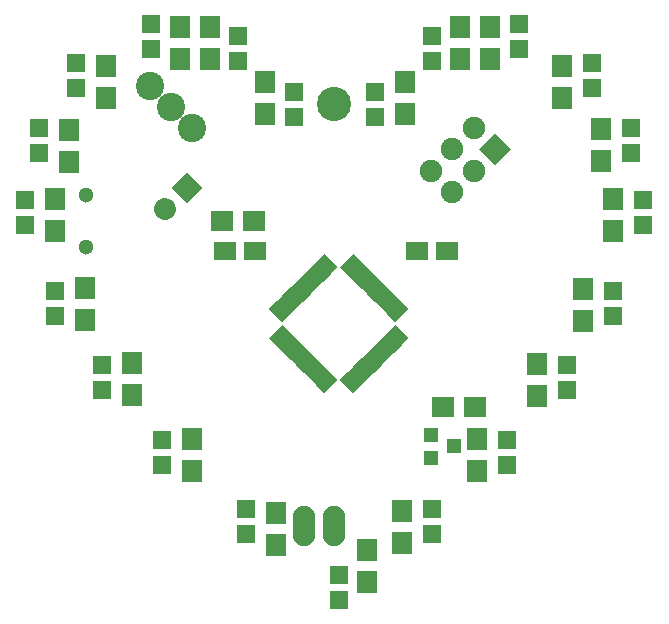
<source format=gbr>
G04 #@! TF.FileFunction,Soldermask,Top*
%FSLAX46Y46*%
G04 Gerber Fmt 4.6, Leading zero omitted, Abs format (unit mm)*
G04 Created by KiCad (PCBNEW 4.0.2-stable) date 14.06.2016 13:49:58*
%MOMM*%
G01*
G04 APERTURE LIST*
%ADD10C,0.100000*%
%ADD11R,1.200100X1.200100*%
%ADD12R,1.900000X1.650000*%
%ADD13O,1.906220X3.414980*%
%ADD14C,1.300000*%
%ADD15C,1.900000*%
%ADD16R,1.900000X1.700000*%
%ADD17R,1.700000X1.900000*%
%ADD18R,1.598880X1.598880*%
%ADD19C,1.900000*%
%ADD20C,2.398980*%
%ADD21C,2.900000*%
G04 APERTURE END LIST*
D10*
G36*
X140979765Y-104052544D02*
X140272658Y-103345437D01*
X141404029Y-102214066D01*
X142111136Y-102921173D01*
X140979765Y-104052544D01*
X140979765Y-104052544D01*
G37*
G36*
X141545451Y-104618229D02*
X140838344Y-103911122D01*
X141969715Y-102779751D01*
X142676822Y-103486858D01*
X141545451Y-104618229D01*
X141545451Y-104618229D01*
G37*
G36*
X142111136Y-105183915D02*
X141404029Y-104476808D01*
X142535400Y-103345437D01*
X143242507Y-104052544D01*
X142111136Y-105183915D01*
X142111136Y-105183915D01*
G37*
G36*
X142676821Y-105749600D02*
X141969714Y-105042493D01*
X143101085Y-103911122D01*
X143808192Y-104618229D01*
X142676821Y-105749600D01*
X142676821Y-105749600D01*
G37*
G36*
X143242507Y-106315286D02*
X142535400Y-105608179D01*
X143666771Y-104476808D01*
X144373878Y-105183915D01*
X143242507Y-106315286D01*
X143242507Y-106315286D01*
G37*
G36*
X143808192Y-106880971D02*
X143101085Y-106173864D01*
X144232456Y-105042493D01*
X144939563Y-105749600D01*
X143808192Y-106880971D01*
X143808192Y-106880971D01*
G37*
G36*
X144373878Y-107446656D02*
X143666771Y-106739549D01*
X144798142Y-105608178D01*
X145505249Y-106315285D01*
X144373878Y-107446656D01*
X144373878Y-107446656D01*
G37*
G36*
X144939563Y-108012342D02*
X144232456Y-107305235D01*
X145363827Y-106173864D01*
X146070934Y-106880971D01*
X144939563Y-108012342D01*
X144939563Y-108012342D01*
G37*
G36*
X148121544Y-107305235D02*
X147414437Y-108012342D01*
X146283066Y-106880971D01*
X146990173Y-106173864D01*
X148121544Y-107305235D01*
X148121544Y-107305235D01*
G37*
G36*
X148687229Y-106739549D02*
X147980122Y-107446656D01*
X146848751Y-106315285D01*
X147555858Y-105608178D01*
X148687229Y-106739549D01*
X148687229Y-106739549D01*
G37*
G36*
X149252915Y-106173864D02*
X148545808Y-106880971D01*
X147414437Y-105749600D01*
X148121544Y-105042493D01*
X149252915Y-106173864D01*
X149252915Y-106173864D01*
G37*
G36*
X149818600Y-105608179D02*
X149111493Y-106315286D01*
X147980122Y-105183915D01*
X148687229Y-104476808D01*
X149818600Y-105608179D01*
X149818600Y-105608179D01*
G37*
G36*
X150384286Y-105042493D02*
X149677179Y-105749600D01*
X148545808Y-104618229D01*
X149252915Y-103911122D01*
X150384286Y-105042493D01*
X150384286Y-105042493D01*
G37*
G36*
X150949971Y-104476808D02*
X150242864Y-105183915D01*
X149111493Y-104052544D01*
X149818600Y-103345437D01*
X150949971Y-104476808D01*
X150949971Y-104476808D01*
G37*
G36*
X151515656Y-103911122D02*
X150808549Y-104618229D01*
X149677178Y-103486858D01*
X150384285Y-102779751D01*
X151515656Y-103911122D01*
X151515656Y-103911122D01*
G37*
G36*
X152081342Y-103345437D02*
X151374235Y-104052544D01*
X150242864Y-102921173D01*
X150949971Y-102214066D01*
X152081342Y-103345437D01*
X152081342Y-103345437D01*
G37*
G36*
X150949971Y-102001934D02*
X150242864Y-101294827D01*
X151374235Y-100163456D01*
X152081342Y-100870563D01*
X150949971Y-102001934D01*
X150949971Y-102001934D01*
G37*
G36*
X150384285Y-101436249D02*
X149677178Y-100729142D01*
X150808549Y-99597771D01*
X151515656Y-100304878D01*
X150384285Y-101436249D01*
X150384285Y-101436249D01*
G37*
G36*
X149818600Y-100870563D02*
X149111493Y-100163456D01*
X150242864Y-99032085D01*
X150949971Y-99739192D01*
X149818600Y-100870563D01*
X149818600Y-100870563D01*
G37*
G36*
X149252915Y-100304878D02*
X148545808Y-99597771D01*
X149677179Y-98466400D01*
X150384286Y-99173507D01*
X149252915Y-100304878D01*
X149252915Y-100304878D01*
G37*
G36*
X148687229Y-99739192D02*
X147980122Y-99032085D01*
X149111493Y-97900714D01*
X149818600Y-98607821D01*
X148687229Y-99739192D01*
X148687229Y-99739192D01*
G37*
G36*
X148121544Y-99173507D02*
X147414437Y-98466400D01*
X148545808Y-97335029D01*
X149252915Y-98042136D01*
X148121544Y-99173507D01*
X148121544Y-99173507D01*
G37*
G36*
X147555858Y-98607822D02*
X146848751Y-97900715D01*
X147980122Y-96769344D01*
X148687229Y-97476451D01*
X147555858Y-98607822D01*
X147555858Y-98607822D01*
G37*
G36*
X146990173Y-98042136D02*
X146283066Y-97335029D01*
X147414437Y-96203658D01*
X148121544Y-96910765D01*
X146990173Y-98042136D01*
X146990173Y-98042136D01*
G37*
G36*
X146070934Y-97335029D02*
X145363827Y-98042136D01*
X144232456Y-96910765D01*
X144939563Y-96203658D01*
X146070934Y-97335029D01*
X146070934Y-97335029D01*
G37*
G36*
X145505249Y-97900715D02*
X144798142Y-98607822D01*
X143666771Y-97476451D01*
X144373878Y-96769344D01*
X145505249Y-97900715D01*
X145505249Y-97900715D01*
G37*
G36*
X144939563Y-98466400D02*
X144232456Y-99173507D01*
X143101085Y-98042136D01*
X143808192Y-97335029D01*
X144939563Y-98466400D01*
X144939563Y-98466400D01*
G37*
G36*
X144373878Y-99032085D02*
X143666771Y-99739192D01*
X142535400Y-98607821D01*
X143242507Y-97900714D01*
X144373878Y-99032085D01*
X144373878Y-99032085D01*
G37*
G36*
X143808192Y-99597771D02*
X143101085Y-100304878D01*
X141969714Y-99173507D01*
X142676821Y-98466400D01*
X143808192Y-99597771D01*
X143808192Y-99597771D01*
G37*
G36*
X143242507Y-100163456D02*
X142535400Y-100870563D01*
X141404029Y-99739192D01*
X142111136Y-99032085D01*
X143242507Y-100163456D01*
X143242507Y-100163456D01*
G37*
G36*
X142676822Y-100729142D02*
X141969715Y-101436249D01*
X140838344Y-100304878D01*
X141545451Y-99597771D01*
X142676822Y-100729142D01*
X142676822Y-100729142D01*
G37*
G36*
X142111136Y-101294827D02*
X141404029Y-102001934D01*
X140272658Y-100870563D01*
X140979765Y-100163456D01*
X142111136Y-101294827D01*
X142111136Y-101294827D01*
G37*
D11*
X153939240Y-111572000D03*
X153939240Y-113472000D03*
X155938220Y-112522000D03*
D12*
X152801000Y-96012000D03*
X155301000Y-96012000D03*
X139045000Y-96012000D03*
X136545000Y-96012000D03*
D13*
X145796000Y-119253000D03*
X143256000Y-119253000D03*
D14*
X124802000Y-95672000D03*
X124802000Y-91272000D03*
D10*
G36*
X160728503Y-87376000D02*
X159385000Y-88719503D01*
X158041497Y-87376000D01*
X159385000Y-86032497D01*
X160728503Y-87376000D01*
X160728503Y-87376000D01*
G37*
D15*
X157588949Y-85579949D03*
X157588949Y-89172051D03*
X155792898Y-87376000D03*
X155792898Y-90968102D03*
X153996846Y-89172051D03*
D16*
X139018000Y-93472000D03*
X136318000Y-93472000D03*
X157687000Y-109220000D03*
X154987000Y-109220000D03*
D17*
X140843000Y-120857000D03*
X140843000Y-118157000D03*
X133731000Y-114634000D03*
X133731000Y-111934000D03*
X128651000Y-108157000D03*
X128651000Y-105457000D03*
X124714000Y-101807000D03*
X124714000Y-99107000D03*
X122174000Y-94314000D03*
X122174000Y-91614000D03*
X123317000Y-88472000D03*
X123317000Y-85772000D03*
X126492000Y-83011000D03*
X126492000Y-80311000D03*
X132715000Y-77009000D03*
X132715000Y-79709000D03*
X135255000Y-77009000D03*
X135255000Y-79709000D03*
X139954000Y-81708000D03*
X139954000Y-84408000D03*
X151765000Y-81708000D03*
X151765000Y-84408000D03*
X156464000Y-77009000D03*
X156464000Y-79709000D03*
X159004000Y-77009000D03*
X159004000Y-79709000D03*
X165100000Y-83011000D03*
X165100000Y-80311000D03*
X168402000Y-88345000D03*
X168402000Y-85645000D03*
X169418000Y-94314000D03*
X169418000Y-91614000D03*
X166878000Y-101934000D03*
X166878000Y-99234000D03*
X162941000Y-108284000D03*
X162941000Y-105584000D03*
X157861000Y-114634000D03*
X157861000Y-111934000D03*
X151511000Y-120730000D03*
X151511000Y-118030000D03*
D18*
X146177000Y-125509020D03*
X146177000Y-123410980D03*
X138303000Y-119921020D03*
X138303000Y-117822980D03*
X131191000Y-114079020D03*
X131191000Y-111980980D03*
X126111000Y-107729020D03*
X126111000Y-105630980D03*
X122174000Y-101506020D03*
X122174000Y-99407980D03*
X119634000Y-93759020D03*
X119634000Y-91660980D03*
X120777000Y-87663020D03*
X120777000Y-85564980D03*
X123952000Y-82202020D03*
X123952000Y-80103980D03*
X130302000Y-78900020D03*
X130302000Y-76801980D03*
X137668000Y-79916020D03*
X137668000Y-77817980D03*
X142367000Y-84615020D03*
X142367000Y-82516980D03*
X149225000Y-84615020D03*
X149225000Y-82516980D03*
X154051000Y-79916020D03*
X154051000Y-77817980D03*
X161417000Y-78900020D03*
X161417000Y-76801980D03*
X167640000Y-82202020D03*
X167640000Y-80103980D03*
X170942000Y-87663020D03*
X170942000Y-85564980D03*
X171958000Y-93759020D03*
X171958000Y-91660980D03*
X169418000Y-101506020D03*
X169418000Y-99407980D03*
X165481000Y-107729020D03*
X165481000Y-105630980D03*
X160401000Y-114079020D03*
X160401000Y-111980980D03*
X154051000Y-119921020D03*
X154051000Y-117822980D03*
D10*
G36*
X134630003Y-90614500D02*
X133286500Y-91958003D01*
X131942997Y-90614500D01*
X133286500Y-89270997D01*
X134630003Y-90614500D01*
X134630003Y-90614500D01*
G37*
D19*
X131490449Y-92410551D02*
X131490449Y-92410551D01*
D17*
X148590000Y-124032000D03*
X148590000Y-121332000D03*
D20*
X130185686Y-82052686D03*
X131953000Y-83820000D03*
X133720314Y-85587314D03*
D21*
X145796000Y-83566000D03*
M02*

</source>
